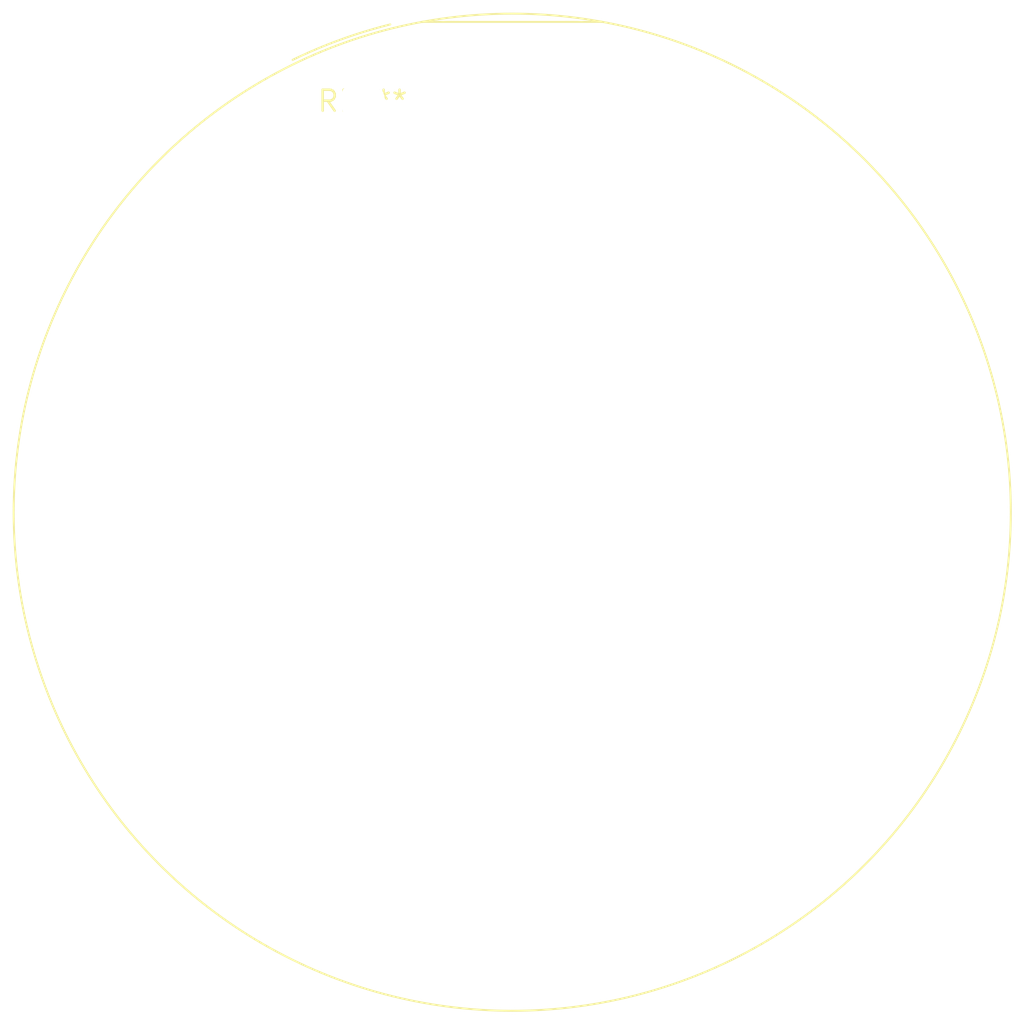
<source format=kicad_pcb>
(kicad_pcb (version 20240108) (generator pcbnew)
  (layers (0 "F.Cu" signal) (31 "B.Cu" signal) (34 "B.Paste" user) (35 "F.Paste" user) (36 "B.SilkS" user "B.Silkscreen") (37 "F.SilkS" user "F.Silkscreen") (38 "B.Mask" user) (39 "F.Mask" user) (44 "Edge.Cuts" user))
  (net 0 "")
  (footprint "L_CommonMode_TDK_B82767S4263N030" (layer "F.Cu") (at 0 0)
    (property "Reference" "REF**")
    (property "Value" "L_CommonMode_TDK_B82767S4263N030")
    (fp_line (start 3.6 -4.8) (end 14.5 -4.8) (layer "F.SilkS") (stroke (width 0.12)))
    (fp_arc (start -4.236466 -2.498146) (mid -1.335569 -3.725208) (end 1.676542 -4.646113) (layer "F.SilkS") (stroke (width 0.12)))
    (fp_circle (center 9.063534 24.901854) (end 39.263534 24.901854) (layer "F.SilkS") (stroke (width 0.12)) (fill none))
    (pad "1" thru_hole roundrect (at 0 0 20) (size 5.5 5.5) (drill 2.7) (layers *.Cu *.Mask) (remove_unused_layers))
    (pad "2" thru_hole circle (at -15.83832 33.965388 20) (size 5.5 5.5) (drill 2.7) (layers *.Cu *.Mask) (remove_unused_layers))
    (pad "3" thru_hole circle (at 18.127068 49.803708 20) (size 5.5 5.5) (drill 2.7) (layers *.Cu *.Mask) (remove_unused_layers))
    (pad "4" thru_hole circle (at 33.965388 15.83832 20) (size 5.5 5.5) (drill 2.7) (layers *.Cu *.Mask) (remove_unused_layers))
    (pad "5" thru_hole circle (at 2.159748 21.971371 357) (size 5.5 5.5) (drill 2.7) (layers *.Cu *.Mask) (remove_unused_layers))
    (pad "6" thru_hole circle (at 6.133051 31.80564 357) (size 5.5 5.5) (drill 2.7) (layers *.Cu *.Mask) (remove_unused_layers))
    (pad "7" thru_hole circle (at 15.96732 27.832337 357) (size 5.5 5.5) (drill 2.7) (layers *.Cu *.Mask) (remove_unused_layers))
    (pad "8" thru_hole circle (at 11.994017 17.998068 357) (size 5.5 5.5) (drill 2.7) (layers *.Cu *.Mask) (remove_unused_layers))
  )
)
</source>
